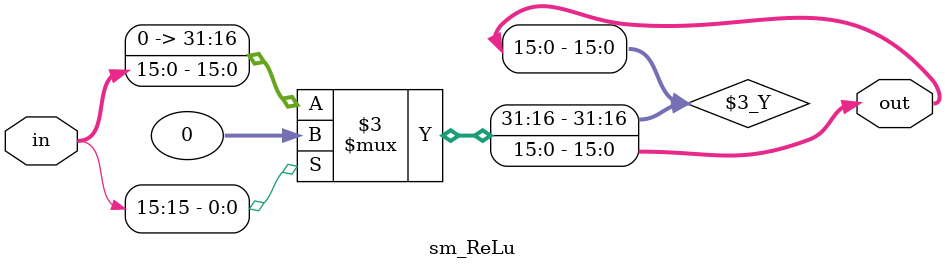
<source format=v>

`ifndef SM_ARITHMETIC_V
`define SM_ARITHMETIC_V


module sm_SimpleMultiplier
#(
  parameter p_nbits = 16
)(
  input  [p_nbits-1:0] in0,
  input  [p_nbits-1:0] in1,
  output [p_nbits-1:0] out
);

  assign out = in0 * in1;

endmodule

//------------------------------------------------------------------------
// 8-bit SubWord Sampler (SWS)
//------------------------------------------------------------------------
// …,5,4,3,2,1,0
module sm_SubWordSampler8
#(
  parameter p_nbits = 16,
  parameter p_startbits = 16
)(
  input  [p_nbits-1:0] in,
  input  [p_startbits-1:0] startbit,
  output [p_nbits-1:0] out
);

  assign out = ( in >> startbit[15:0] );

endmodule

//------------------------------------------------------------------------
// ReLU
//------------------------------------------------------------------------

module sm_ReLu
#(
  parameter p_nbits = 16
)(
  input  [p_nbits-1:0] in,
  output [p_nbits-1:0] out
);

  assign out = (in[p_nbits-1]==0)? in : 0; // pass positive, zero-out negative

endmodule

`endif /* SM_ARITHMETIC_V */


</source>
